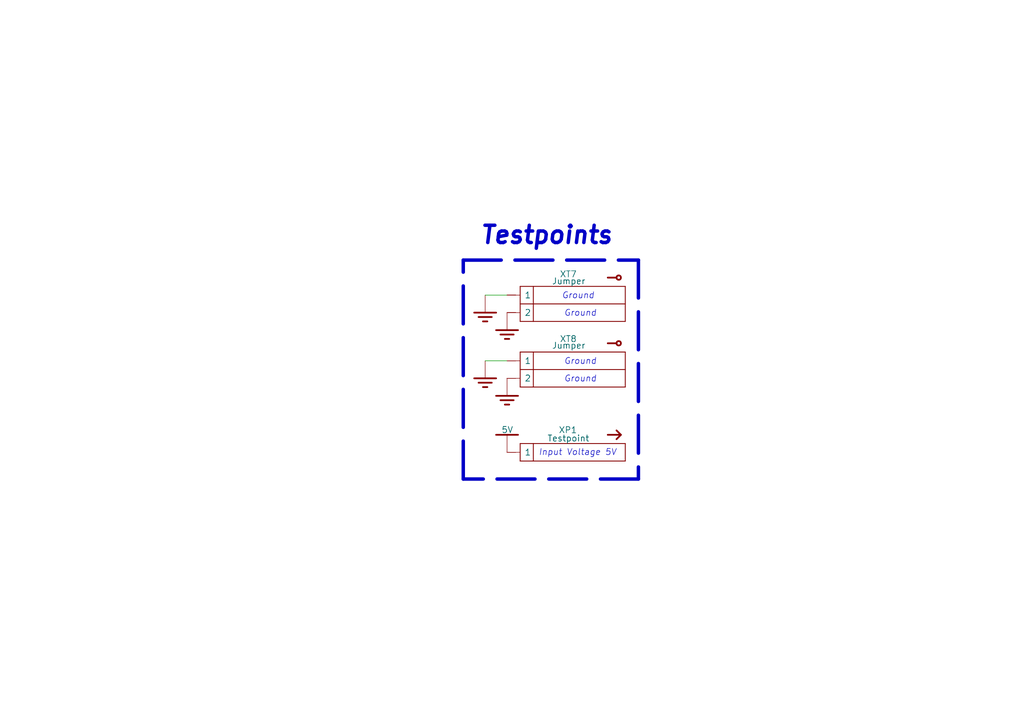
<source format=kicad_sch>
(kicad_sch (version 20211123) (generator eeschema)
  (paper "A4")
  (lib_symbols
    (symbol "Connectors:XT_CONTACT_ARR2" (pin_numbers hide) (pin_names (offset 2.54))
      (property "Reference" "XT" (at -12.7 7.62 0))
      (property "Value" "Connectors_XT_CONTACT_ARR2" (at -12.7 -7.62 0))
      (symbol "XT_CONTACT_ARR2_0_1"
        (polyline (pts (xy -17.78 -2.54) (xy -13.97 -2.54)))
        (polyline (pts (xy -17.78 2.54) (xy -13.97 2.54)))
        (polyline (pts (xy -13.97 -5.08) (xy 16.51 -5.08)) (stroke (width 0.254)))
        (polyline (pts (xy -13.97 0) (xy 16.51 0)) (stroke (width 0.254)))
        (polyline (pts (xy -13.97 5.08) (xy -13.97 -5.08)) (stroke (width 0.254)))
        (polyline (pts (xy -13.97 5.08) (xy 16.51 5.08)) (stroke (width 0.254)))
        (polyline (pts (xy -10.16 5.08) (xy -10.16 -5.08)) (stroke (width 0.254)))
        (polyline (pts (xy 13.97 7.62) (xy 11.43 7.62)) (stroke (width 0.508)))
        (polyline (pts (xy 16.51 5.08) (xy 16.51 -5.08)) (stroke (width 0.254)))
        (circle (center 14.605 7.62) (radius 0.635) (stroke (width 0.508)))
      )
      (symbol "XT_CONTACT_ARR2_1_1"
        (pin passive line (at -17.78 2.54 0) (length 2.54) (name "1") (number "1"))
        (pin passive line (at -17.78 -2.54 0) (length 2.54) (name "2") (number "2"))
      )
    )
    (symbol "Power:5V" (pin_names (offset 1.016))
      (property "Value" "Power_5V" (at 0 1.778 0))
      (symbol "5V_1_1"
        (polyline (pts (xy 0 -5.08) (xy 0 0)))
        (polyline (pts (xy 3.175 0) (xy -3.175 0)) (stroke (width 0.508)))
        (pin power_in line (at 0 -5.08 90) (length 5.08) hide (name "5V") (number "1"))
      )
    )
    (symbol "Power:GROUND" (power) (pin_numbers hide) (pin_names (offset 0))
      (symbol "GROUND_0_1"
        (polyline (pts (xy -3.175 0) (xy 3.175 0)) (stroke (width 0.508)))
        (polyline (pts (xy -1.905 -1.27) (xy 1.905 -1.27)) (stroke (width 0.508)))
        (polyline (pts (xy -0.635 -2.54) (xy 0.635 -2.54)) (stroke (width 0.508)))
        (polyline (pts (xy 0 5.08) (xy 0 0)))
      )
      (symbol "GROUND_1_1"
        (pin power_in line (at 0 5.08 270) (length 5.08) hide (name "GND") (number "1"))
      )
    )
    (symbol "XP_PIN_ARR1_1" (pin_numbers hide) (pin_names (offset 2.54))
      (property "Reference" "XP" (at -2.794 10.414 0))
      (property "Value" "XP_PIN_ARR1_1" (at -9.906 7.62 0))
      (symbol "XP_PIN_ARR1_1_0_0"
        (polyline (pts (xy 13.97 8.89) (xy 15.24 7.62) (xy 13.97 6.35)) (stroke (width 0.508)))
      )
      (symbol "XP_PIN_ARR1_1_0_1"
        (polyline (pts (xy -17.78 2.54) (xy -13.97 2.54)))
        (polyline (pts (xy -13.97 0) (xy -13.97 5.08)) (stroke (width 0.254)))
        (polyline (pts (xy -13.97 0) (xy 16.51 0)) (stroke (width 0.254)))
        (polyline (pts (xy -13.97 5.08) (xy 16.51 5.08)) (stroke (width 0.254)))
        (polyline (pts (xy -10.16 0) (xy -10.16 0)) (stroke (width 0.254)))
        (polyline (pts (xy -10.16 5.08) (xy -10.16 0)) (stroke (width 0.254)))
        (polyline (pts (xy 15.24 7.62) (xy 11.43 7.62)) (stroke (width 0.508)))
        (polyline (pts (xy 16.51 5.08) (xy 16.51 0)) (stroke (width 0.254)))
      )
      (symbol "XP_PIN_ARR1_1_1_1"
        (pin passive line (at -17.78 2.54 0) (length 2.54) (name "1") (number "1"))
      )
    )
  )
  (polyline (pts (xy 134.366 75.438) (xy 185.166 75.438)) (stroke (width 1)))
  (polyline (pts (xy 185.166 75.438) (xy 185.166 138.938)) (stroke (width 1)))
  (polyline (pts (xy 185.166 138.938) (xy 134.366 138.938)) (stroke (width 1)))
  (wire (pts (xy 147.066 85.598) (xy 140.716 85.598)))
  (wire (pts (xy 147.066 104.648) (xy 140.716 104.648)))
  (polyline (pts (xy 134.366 138.938) (xy 134.366 75.438)) (stroke (width 1)))
  (text "Testpoints" (at 138.938 71.247 0) (effects (font (size 5 5) (thickness 1.0008) bold italic) (justify left bottom)))
  (text "Ground" (at 163.576 91.948 0) (effects (font (size 1.778 1.778) italic) (justify left bottom)))
  (text "Ground" (at 163.576 110.998 0) (effects (font (size 1.778 1.778) italic) (justify left bottom)))
  (text "Input Voltage 5V" (at 156.21 132.334 0) (effects (font (size 1.778 1.778) italic) (justify left bottom)))
  (text "Ground" (at 162.941 86.868 0) (effects (font (size 1.778 1.778) italic) (justify left bottom)))
  (text "Ground" (at 163.576 105.918 0) (effects (font (size 1.778 1.778) italic) (justify left bottom)))
  (symbol (lib_id "Power:GROUND") (at 147.066 95.758 0) (unit 1)
    (property "Reference" "#PWR0122" (effects hide))
    (property "Value" "GROUND" (effects hide))
  )
  (symbol (lib_id "Connectors:XT_CONTACT_ARR2") (at 164.846 107.188 0) (unit 1)
    (property "Reference" "XT8" (at 162.306 98.298 0) (effects (font (size 1.778 1.778)) (justify left)))
    (property "Value" "Jumper" (at 160.02 100.203 0) (effects (font (size 1.778 1.778)) (justify left)))
    (property "Footprint" "TestPoint:TestPoint_Bridge_Pitch3.81mm_Drill1.3mm" (effects hide))
  )
  (symbol (lib_name "XP_PIN_ARR1_1") (lib_id "Connectors:XP_PIN_ARR1") (at 164.846 133.731 0) (unit 1)
    (property "Reference" "XP1" (at 164.719 124.714 0) (effects (font (size 1.778 1.778))))
    (property "Value" "Testpoint" (at 164.846 127.127 0) (effects (font (size 1.778 1.778))))
    (property "Footprint" "TestPoint:TestPoint_Loop_D2.50mm_Drill1.0mm_LowProfile" (effects hide))
  )
  (symbol (lib_id "Power:GROUND") (at 140.716 90.678 0) (unit 1)
    (property "Reference" "#PWR0123" (effects hide))
    (property "Value" "GROUND" (effects hide))
  )
  (symbol (lib_id "Connectors:XT_CONTACT_ARR2") (at 164.846 88.138 0) (unit 1)
    (property "Reference" "XT7" (at 162.306 79.502 0) (effects (font (size 1.778 1.778)) (justify left)))
    (property "Value" "Jumper" (at 160.02 81.534 0) (effects (font (size 1.778 1.778)) (justify left)))
    (property "Footprint" "TestPoint:TestPoint_Bridge_Pitch3.81mm_Drill1.3mm" (effects hide))
  )
  (symbol (lib_id "Power:GROUND") (at 140.716 109.728 0) (unit 1)
    (property "Reference" "#PWR0125" (effects hide))
    (property "Value" "GROUND" (effects hide))
  )
  (symbol (lib_id "Power:GROUND") (at 147.066 114.808 0) (unit 1)
    (property "Reference" "#PWR0124" (effects hide))
    (property "Value" "GROUND" (effects hide))
  )
  (symbol (lib_id "Power:5V") (at 147.066 126.111 0) (unit 1)
    (property "Reference" "U1" (effects hide))
    (property "Value" "5V" (at 145.3896 124.6632 0) (effects (font (size 1.778 1.778)) (justify left)))
  )
)
</source>
